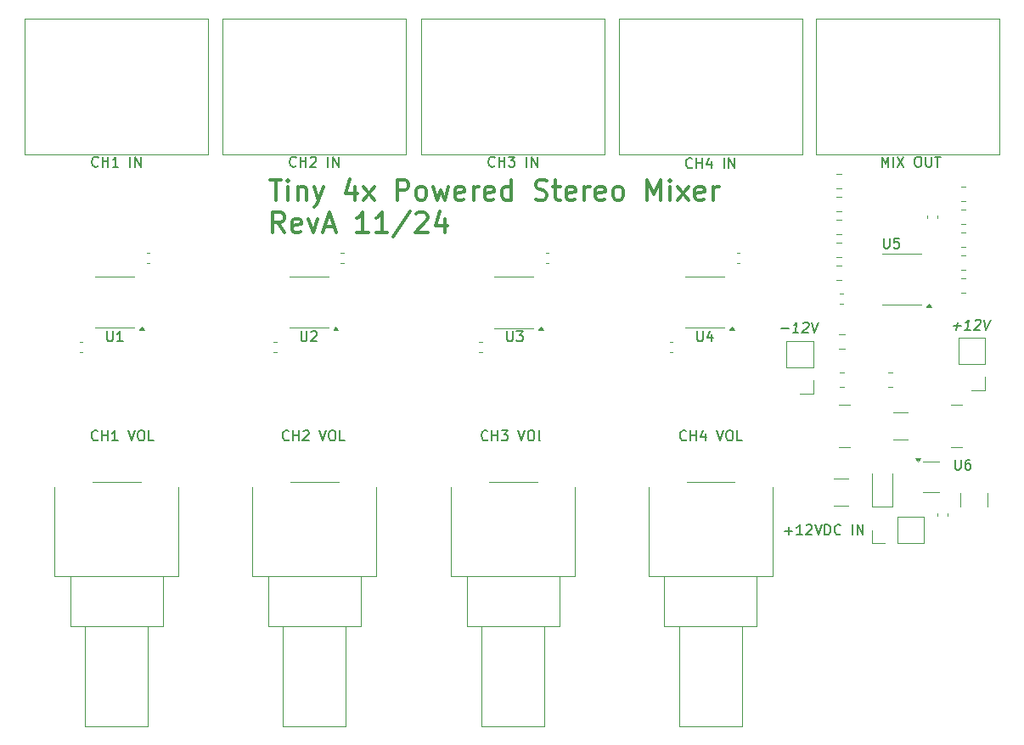
<source format=gbr>
%TF.GenerationSoftware,KiCad,Pcbnew,7.0.11-7.0.11~ubuntu22.04.1*%
%TF.CreationDate,2024-03-17T14:49:55+00:00*%
%TF.ProjectId,Tiny4xPoweredStereoMixer,54696e79-3478-4506-9f77-657265645374,rev?*%
%TF.SameCoordinates,Original*%
%TF.FileFunction,Legend,Top*%
%TF.FilePolarity,Positive*%
%FSLAX46Y46*%
G04 Gerber Fmt 4.6, Leading zero omitted, Abs format (unit mm)*
G04 Created by KiCad (PCBNEW 7.0.11-7.0.11~ubuntu22.04.1) date 2024-03-17 14:49:55*
%MOMM*%
%LPD*%
G01*
G04 APERTURE LIST*
%ADD10C,0.300000*%
%ADD11C,0.150000*%
%ADD12C,0.120000*%
%ADD13C,0.100000*%
G04 APERTURE END LIST*
D10*
X109099844Y-115423638D02*
X110242701Y-115423638D01*
X109671272Y-117423638D02*
X109671272Y-115423638D01*
X110909368Y-117423638D02*
X110909368Y-116090304D01*
X110909368Y-115423638D02*
X110814130Y-115518876D01*
X110814130Y-115518876D02*
X110909368Y-115614114D01*
X110909368Y-115614114D02*
X111004606Y-115518876D01*
X111004606Y-115518876D02*
X110909368Y-115423638D01*
X110909368Y-115423638D02*
X110909368Y-115614114D01*
X111861749Y-116090304D02*
X111861749Y-117423638D01*
X111861749Y-116280780D02*
X111956987Y-116185542D01*
X111956987Y-116185542D02*
X112147463Y-116090304D01*
X112147463Y-116090304D02*
X112433178Y-116090304D01*
X112433178Y-116090304D02*
X112623654Y-116185542D01*
X112623654Y-116185542D02*
X112718892Y-116376019D01*
X112718892Y-116376019D02*
X112718892Y-117423638D01*
X113480797Y-116090304D02*
X113956987Y-117423638D01*
X114433178Y-116090304D02*
X113956987Y-117423638D01*
X113956987Y-117423638D02*
X113766511Y-117899828D01*
X113766511Y-117899828D02*
X113671273Y-117995066D01*
X113671273Y-117995066D02*
X113480797Y-118090304D01*
X117576036Y-116090304D02*
X117576036Y-117423638D01*
X117099845Y-115328400D02*
X116623655Y-116756971D01*
X116623655Y-116756971D02*
X117861750Y-116756971D01*
X118433179Y-117423638D02*
X119480798Y-116090304D01*
X118433179Y-116090304D02*
X119480798Y-117423638D01*
X121766513Y-117423638D02*
X121766513Y-115423638D01*
X121766513Y-115423638D02*
X122528418Y-115423638D01*
X122528418Y-115423638D02*
X122718894Y-115518876D01*
X122718894Y-115518876D02*
X122814132Y-115614114D01*
X122814132Y-115614114D02*
X122909370Y-115804590D01*
X122909370Y-115804590D02*
X122909370Y-116090304D01*
X122909370Y-116090304D02*
X122814132Y-116280780D01*
X122814132Y-116280780D02*
X122718894Y-116376019D01*
X122718894Y-116376019D02*
X122528418Y-116471257D01*
X122528418Y-116471257D02*
X121766513Y-116471257D01*
X124052227Y-117423638D02*
X123861751Y-117328400D01*
X123861751Y-117328400D02*
X123766513Y-117233161D01*
X123766513Y-117233161D02*
X123671275Y-117042685D01*
X123671275Y-117042685D02*
X123671275Y-116471257D01*
X123671275Y-116471257D02*
X123766513Y-116280780D01*
X123766513Y-116280780D02*
X123861751Y-116185542D01*
X123861751Y-116185542D02*
X124052227Y-116090304D01*
X124052227Y-116090304D02*
X124337942Y-116090304D01*
X124337942Y-116090304D02*
X124528418Y-116185542D01*
X124528418Y-116185542D02*
X124623656Y-116280780D01*
X124623656Y-116280780D02*
X124718894Y-116471257D01*
X124718894Y-116471257D02*
X124718894Y-117042685D01*
X124718894Y-117042685D02*
X124623656Y-117233161D01*
X124623656Y-117233161D02*
X124528418Y-117328400D01*
X124528418Y-117328400D02*
X124337942Y-117423638D01*
X124337942Y-117423638D02*
X124052227Y-117423638D01*
X125385561Y-116090304D02*
X125766513Y-117423638D01*
X125766513Y-117423638D02*
X126147466Y-116471257D01*
X126147466Y-116471257D02*
X126528418Y-117423638D01*
X126528418Y-117423638D02*
X126909370Y-116090304D01*
X128433180Y-117328400D02*
X128242704Y-117423638D01*
X128242704Y-117423638D02*
X127861751Y-117423638D01*
X127861751Y-117423638D02*
X127671275Y-117328400D01*
X127671275Y-117328400D02*
X127576037Y-117137923D01*
X127576037Y-117137923D02*
X127576037Y-116376019D01*
X127576037Y-116376019D02*
X127671275Y-116185542D01*
X127671275Y-116185542D02*
X127861751Y-116090304D01*
X127861751Y-116090304D02*
X128242704Y-116090304D01*
X128242704Y-116090304D02*
X128433180Y-116185542D01*
X128433180Y-116185542D02*
X128528418Y-116376019D01*
X128528418Y-116376019D02*
X128528418Y-116566495D01*
X128528418Y-116566495D02*
X127576037Y-116756971D01*
X129385561Y-117423638D02*
X129385561Y-116090304D01*
X129385561Y-116471257D02*
X129480799Y-116280780D01*
X129480799Y-116280780D02*
X129576037Y-116185542D01*
X129576037Y-116185542D02*
X129766513Y-116090304D01*
X129766513Y-116090304D02*
X129956990Y-116090304D01*
X131385561Y-117328400D02*
X131195085Y-117423638D01*
X131195085Y-117423638D02*
X130814132Y-117423638D01*
X130814132Y-117423638D02*
X130623656Y-117328400D01*
X130623656Y-117328400D02*
X130528418Y-117137923D01*
X130528418Y-117137923D02*
X130528418Y-116376019D01*
X130528418Y-116376019D02*
X130623656Y-116185542D01*
X130623656Y-116185542D02*
X130814132Y-116090304D01*
X130814132Y-116090304D02*
X131195085Y-116090304D01*
X131195085Y-116090304D02*
X131385561Y-116185542D01*
X131385561Y-116185542D02*
X131480799Y-116376019D01*
X131480799Y-116376019D02*
X131480799Y-116566495D01*
X131480799Y-116566495D02*
X130528418Y-116756971D01*
X133195085Y-117423638D02*
X133195085Y-115423638D01*
X133195085Y-117328400D02*
X133004609Y-117423638D01*
X133004609Y-117423638D02*
X132623656Y-117423638D01*
X132623656Y-117423638D02*
X132433180Y-117328400D01*
X132433180Y-117328400D02*
X132337942Y-117233161D01*
X132337942Y-117233161D02*
X132242704Y-117042685D01*
X132242704Y-117042685D02*
X132242704Y-116471257D01*
X132242704Y-116471257D02*
X132337942Y-116280780D01*
X132337942Y-116280780D02*
X132433180Y-116185542D01*
X132433180Y-116185542D02*
X132623656Y-116090304D01*
X132623656Y-116090304D02*
X133004609Y-116090304D01*
X133004609Y-116090304D02*
X133195085Y-116185542D01*
X135576038Y-117328400D02*
X135861752Y-117423638D01*
X135861752Y-117423638D02*
X136337943Y-117423638D01*
X136337943Y-117423638D02*
X136528419Y-117328400D01*
X136528419Y-117328400D02*
X136623657Y-117233161D01*
X136623657Y-117233161D02*
X136718895Y-117042685D01*
X136718895Y-117042685D02*
X136718895Y-116852209D01*
X136718895Y-116852209D02*
X136623657Y-116661733D01*
X136623657Y-116661733D02*
X136528419Y-116566495D01*
X136528419Y-116566495D02*
X136337943Y-116471257D01*
X136337943Y-116471257D02*
X135956990Y-116376019D01*
X135956990Y-116376019D02*
X135766514Y-116280780D01*
X135766514Y-116280780D02*
X135671276Y-116185542D01*
X135671276Y-116185542D02*
X135576038Y-115995066D01*
X135576038Y-115995066D02*
X135576038Y-115804590D01*
X135576038Y-115804590D02*
X135671276Y-115614114D01*
X135671276Y-115614114D02*
X135766514Y-115518876D01*
X135766514Y-115518876D02*
X135956990Y-115423638D01*
X135956990Y-115423638D02*
X136433181Y-115423638D01*
X136433181Y-115423638D02*
X136718895Y-115518876D01*
X137290324Y-116090304D02*
X138052228Y-116090304D01*
X137576038Y-115423638D02*
X137576038Y-117137923D01*
X137576038Y-117137923D02*
X137671276Y-117328400D01*
X137671276Y-117328400D02*
X137861752Y-117423638D01*
X137861752Y-117423638D02*
X138052228Y-117423638D01*
X139480800Y-117328400D02*
X139290324Y-117423638D01*
X139290324Y-117423638D02*
X138909371Y-117423638D01*
X138909371Y-117423638D02*
X138718895Y-117328400D01*
X138718895Y-117328400D02*
X138623657Y-117137923D01*
X138623657Y-117137923D02*
X138623657Y-116376019D01*
X138623657Y-116376019D02*
X138718895Y-116185542D01*
X138718895Y-116185542D02*
X138909371Y-116090304D01*
X138909371Y-116090304D02*
X139290324Y-116090304D01*
X139290324Y-116090304D02*
X139480800Y-116185542D01*
X139480800Y-116185542D02*
X139576038Y-116376019D01*
X139576038Y-116376019D02*
X139576038Y-116566495D01*
X139576038Y-116566495D02*
X138623657Y-116756971D01*
X140433181Y-117423638D02*
X140433181Y-116090304D01*
X140433181Y-116471257D02*
X140528419Y-116280780D01*
X140528419Y-116280780D02*
X140623657Y-116185542D01*
X140623657Y-116185542D02*
X140814133Y-116090304D01*
X140814133Y-116090304D02*
X141004610Y-116090304D01*
X142433181Y-117328400D02*
X142242705Y-117423638D01*
X142242705Y-117423638D02*
X141861752Y-117423638D01*
X141861752Y-117423638D02*
X141671276Y-117328400D01*
X141671276Y-117328400D02*
X141576038Y-117137923D01*
X141576038Y-117137923D02*
X141576038Y-116376019D01*
X141576038Y-116376019D02*
X141671276Y-116185542D01*
X141671276Y-116185542D02*
X141861752Y-116090304D01*
X141861752Y-116090304D02*
X142242705Y-116090304D01*
X142242705Y-116090304D02*
X142433181Y-116185542D01*
X142433181Y-116185542D02*
X142528419Y-116376019D01*
X142528419Y-116376019D02*
X142528419Y-116566495D01*
X142528419Y-116566495D02*
X141576038Y-116756971D01*
X143671276Y-117423638D02*
X143480800Y-117328400D01*
X143480800Y-117328400D02*
X143385562Y-117233161D01*
X143385562Y-117233161D02*
X143290324Y-117042685D01*
X143290324Y-117042685D02*
X143290324Y-116471257D01*
X143290324Y-116471257D02*
X143385562Y-116280780D01*
X143385562Y-116280780D02*
X143480800Y-116185542D01*
X143480800Y-116185542D02*
X143671276Y-116090304D01*
X143671276Y-116090304D02*
X143956991Y-116090304D01*
X143956991Y-116090304D02*
X144147467Y-116185542D01*
X144147467Y-116185542D02*
X144242705Y-116280780D01*
X144242705Y-116280780D02*
X144337943Y-116471257D01*
X144337943Y-116471257D02*
X144337943Y-117042685D01*
X144337943Y-117042685D02*
X144242705Y-117233161D01*
X144242705Y-117233161D02*
X144147467Y-117328400D01*
X144147467Y-117328400D02*
X143956991Y-117423638D01*
X143956991Y-117423638D02*
X143671276Y-117423638D01*
X146718896Y-117423638D02*
X146718896Y-115423638D01*
X146718896Y-115423638D02*
X147385563Y-116852209D01*
X147385563Y-116852209D02*
X148052229Y-115423638D01*
X148052229Y-115423638D02*
X148052229Y-117423638D01*
X149004610Y-117423638D02*
X149004610Y-116090304D01*
X149004610Y-115423638D02*
X148909372Y-115518876D01*
X148909372Y-115518876D02*
X149004610Y-115614114D01*
X149004610Y-115614114D02*
X149099848Y-115518876D01*
X149099848Y-115518876D02*
X149004610Y-115423638D01*
X149004610Y-115423638D02*
X149004610Y-115614114D01*
X149766515Y-117423638D02*
X150814134Y-116090304D01*
X149766515Y-116090304D02*
X150814134Y-117423638D01*
X152337944Y-117328400D02*
X152147468Y-117423638D01*
X152147468Y-117423638D02*
X151766515Y-117423638D01*
X151766515Y-117423638D02*
X151576039Y-117328400D01*
X151576039Y-117328400D02*
X151480801Y-117137923D01*
X151480801Y-117137923D02*
X151480801Y-116376019D01*
X151480801Y-116376019D02*
X151576039Y-116185542D01*
X151576039Y-116185542D02*
X151766515Y-116090304D01*
X151766515Y-116090304D02*
X152147468Y-116090304D01*
X152147468Y-116090304D02*
X152337944Y-116185542D01*
X152337944Y-116185542D02*
X152433182Y-116376019D01*
X152433182Y-116376019D02*
X152433182Y-116566495D01*
X152433182Y-116566495D02*
X151480801Y-116756971D01*
X153290325Y-117423638D02*
X153290325Y-116090304D01*
X153290325Y-116471257D02*
X153385563Y-116280780D01*
X153385563Y-116280780D02*
X153480801Y-116185542D01*
X153480801Y-116185542D02*
X153671277Y-116090304D01*
X153671277Y-116090304D02*
X153861754Y-116090304D01*
X110528415Y-120643638D02*
X109861748Y-119691257D01*
X109385558Y-120643638D02*
X109385558Y-118643638D01*
X109385558Y-118643638D02*
X110147463Y-118643638D01*
X110147463Y-118643638D02*
X110337939Y-118738876D01*
X110337939Y-118738876D02*
X110433177Y-118834114D01*
X110433177Y-118834114D02*
X110528415Y-119024590D01*
X110528415Y-119024590D02*
X110528415Y-119310304D01*
X110528415Y-119310304D02*
X110433177Y-119500780D01*
X110433177Y-119500780D02*
X110337939Y-119596019D01*
X110337939Y-119596019D02*
X110147463Y-119691257D01*
X110147463Y-119691257D02*
X109385558Y-119691257D01*
X112147463Y-120548400D02*
X111956987Y-120643638D01*
X111956987Y-120643638D02*
X111576034Y-120643638D01*
X111576034Y-120643638D02*
X111385558Y-120548400D01*
X111385558Y-120548400D02*
X111290320Y-120357923D01*
X111290320Y-120357923D02*
X111290320Y-119596019D01*
X111290320Y-119596019D02*
X111385558Y-119405542D01*
X111385558Y-119405542D02*
X111576034Y-119310304D01*
X111576034Y-119310304D02*
X111956987Y-119310304D01*
X111956987Y-119310304D02*
X112147463Y-119405542D01*
X112147463Y-119405542D02*
X112242701Y-119596019D01*
X112242701Y-119596019D02*
X112242701Y-119786495D01*
X112242701Y-119786495D02*
X111290320Y-119976971D01*
X112909368Y-119310304D02*
X113385558Y-120643638D01*
X113385558Y-120643638D02*
X113861749Y-119310304D01*
X114528416Y-120072209D02*
X115480797Y-120072209D01*
X114337940Y-120643638D02*
X115004606Y-118643638D01*
X115004606Y-118643638D02*
X115671273Y-120643638D01*
X118909369Y-120643638D02*
X117766512Y-120643638D01*
X118337940Y-120643638D02*
X118337940Y-118643638D01*
X118337940Y-118643638D02*
X118147464Y-118929352D01*
X118147464Y-118929352D02*
X117956988Y-119119828D01*
X117956988Y-119119828D02*
X117766512Y-119215066D01*
X120814131Y-120643638D02*
X119671274Y-120643638D01*
X120242702Y-120643638D02*
X120242702Y-118643638D01*
X120242702Y-118643638D02*
X120052226Y-118929352D01*
X120052226Y-118929352D02*
X119861750Y-119119828D01*
X119861750Y-119119828D02*
X119671274Y-119215066D01*
X123099845Y-118548400D02*
X121385560Y-121119828D01*
X123671274Y-118834114D02*
X123766512Y-118738876D01*
X123766512Y-118738876D02*
X123956988Y-118643638D01*
X123956988Y-118643638D02*
X124433179Y-118643638D01*
X124433179Y-118643638D02*
X124623655Y-118738876D01*
X124623655Y-118738876D02*
X124718893Y-118834114D01*
X124718893Y-118834114D02*
X124814131Y-119024590D01*
X124814131Y-119024590D02*
X124814131Y-119215066D01*
X124814131Y-119215066D02*
X124718893Y-119500780D01*
X124718893Y-119500780D02*
X123576036Y-120643638D01*
X123576036Y-120643638D02*
X124814131Y-120643638D01*
X126528417Y-119310304D02*
X126528417Y-120643638D01*
X126052226Y-118548400D02*
X125576036Y-119976971D01*
X125576036Y-119976971D02*
X126814131Y-119976971D01*
D11*
X150606428Y-141329580D02*
X150558809Y-141377200D01*
X150558809Y-141377200D02*
X150415952Y-141424819D01*
X150415952Y-141424819D02*
X150320714Y-141424819D01*
X150320714Y-141424819D02*
X150177857Y-141377200D01*
X150177857Y-141377200D02*
X150082619Y-141281961D01*
X150082619Y-141281961D02*
X150035000Y-141186723D01*
X150035000Y-141186723D02*
X149987381Y-140996247D01*
X149987381Y-140996247D02*
X149987381Y-140853390D01*
X149987381Y-140853390D02*
X150035000Y-140662914D01*
X150035000Y-140662914D02*
X150082619Y-140567676D01*
X150082619Y-140567676D02*
X150177857Y-140472438D01*
X150177857Y-140472438D02*
X150320714Y-140424819D01*
X150320714Y-140424819D02*
X150415952Y-140424819D01*
X150415952Y-140424819D02*
X150558809Y-140472438D01*
X150558809Y-140472438D02*
X150606428Y-140520057D01*
X151035000Y-141424819D02*
X151035000Y-140424819D01*
X151035000Y-140901009D02*
X151606428Y-140901009D01*
X151606428Y-141424819D02*
X151606428Y-140424819D01*
X152511190Y-140758152D02*
X152511190Y-141424819D01*
X152273095Y-140377200D02*
X152035000Y-141091485D01*
X152035000Y-141091485D02*
X152654047Y-141091485D01*
X153654048Y-140424819D02*
X153987381Y-141424819D01*
X153987381Y-141424819D02*
X154320714Y-140424819D01*
X154844524Y-140424819D02*
X155035000Y-140424819D01*
X155035000Y-140424819D02*
X155130238Y-140472438D01*
X155130238Y-140472438D02*
X155225476Y-140567676D01*
X155225476Y-140567676D02*
X155273095Y-140758152D01*
X155273095Y-140758152D02*
X155273095Y-141091485D01*
X155273095Y-141091485D02*
X155225476Y-141281961D01*
X155225476Y-141281961D02*
X155130238Y-141377200D01*
X155130238Y-141377200D02*
X155035000Y-141424819D01*
X155035000Y-141424819D02*
X154844524Y-141424819D01*
X154844524Y-141424819D02*
X154749286Y-141377200D01*
X154749286Y-141377200D02*
X154654048Y-141281961D01*
X154654048Y-141281961D02*
X154606429Y-141091485D01*
X154606429Y-141091485D02*
X154606429Y-140758152D01*
X154606429Y-140758152D02*
X154654048Y-140567676D01*
X154654048Y-140567676D02*
X154749286Y-140472438D01*
X154749286Y-140472438D02*
X154844524Y-140424819D01*
X156177857Y-141424819D02*
X155701667Y-141424819D01*
X155701667Y-141424819D02*
X155701667Y-140424819D01*
X130810285Y-141329580D02*
X130762666Y-141377200D01*
X130762666Y-141377200D02*
X130619809Y-141424819D01*
X130619809Y-141424819D02*
X130524571Y-141424819D01*
X130524571Y-141424819D02*
X130381714Y-141377200D01*
X130381714Y-141377200D02*
X130286476Y-141281961D01*
X130286476Y-141281961D02*
X130238857Y-141186723D01*
X130238857Y-141186723D02*
X130191238Y-140996247D01*
X130191238Y-140996247D02*
X130191238Y-140853390D01*
X130191238Y-140853390D02*
X130238857Y-140662914D01*
X130238857Y-140662914D02*
X130286476Y-140567676D01*
X130286476Y-140567676D02*
X130381714Y-140472438D01*
X130381714Y-140472438D02*
X130524571Y-140424819D01*
X130524571Y-140424819D02*
X130619809Y-140424819D01*
X130619809Y-140424819D02*
X130762666Y-140472438D01*
X130762666Y-140472438D02*
X130810285Y-140520057D01*
X131238857Y-141424819D02*
X131238857Y-140424819D01*
X131238857Y-140901009D02*
X131810285Y-140901009D01*
X131810285Y-141424819D02*
X131810285Y-140424819D01*
X132191238Y-140424819D02*
X132810285Y-140424819D01*
X132810285Y-140424819D02*
X132476952Y-140805771D01*
X132476952Y-140805771D02*
X132619809Y-140805771D01*
X132619809Y-140805771D02*
X132715047Y-140853390D01*
X132715047Y-140853390D02*
X132762666Y-140901009D01*
X132762666Y-140901009D02*
X132810285Y-140996247D01*
X132810285Y-140996247D02*
X132810285Y-141234342D01*
X132810285Y-141234342D02*
X132762666Y-141329580D01*
X132762666Y-141329580D02*
X132715047Y-141377200D01*
X132715047Y-141377200D02*
X132619809Y-141424819D01*
X132619809Y-141424819D02*
X132334095Y-141424819D01*
X132334095Y-141424819D02*
X132238857Y-141377200D01*
X132238857Y-141377200D02*
X132191238Y-141329580D01*
X133857905Y-140424819D02*
X134191238Y-141424819D01*
X134191238Y-141424819D02*
X134524571Y-140424819D01*
X135048381Y-140424819D02*
X135238857Y-140424819D01*
X135238857Y-140424819D02*
X135334095Y-140472438D01*
X135334095Y-140472438D02*
X135429333Y-140567676D01*
X135429333Y-140567676D02*
X135476952Y-140758152D01*
X135476952Y-140758152D02*
X135476952Y-141091485D01*
X135476952Y-141091485D02*
X135429333Y-141281961D01*
X135429333Y-141281961D02*
X135334095Y-141377200D01*
X135334095Y-141377200D02*
X135238857Y-141424819D01*
X135238857Y-141424819D02*
X135048381Y-141424819D01*
X135048381Y-141424819D02*
X134953143Y-141377200D01*
X134953143Y-141377200D02*
X134857905Y-141281961D01*
X134857905Y-141281961D02*
X134810286Y-141091485D01*
X134810286Y-141091485D02*
X134810286Y-140758152D01*
X134810286Y-140758152D02*
X134857905Y-140567676D01*
X134857905Y-140567676D02*
X134953143Y-140472438D01*
X134953143Y-140472438D02*
X135048381Y-140424819D01*
X136048381Y-141424819D02*
X135953143Y-141377200D01*
X135953143Y-141377200D02*
X135905524Y-141281961D01*
X135905524Y-141281961D02*
X135905524Y-140424819D01*
X110982428Y-141329580D02*
X110934809Y-141377200D01*
X110934809Y-141377200D02*
X110791952Y-141424819D01*
X110791952Y-141424819D02*
X110696714Y-141424819D01*
X110696714Y-141424819D02*
X110553857Y-141377200D01*
X110553857Y-141377200D02*
X110458619Y-141281961D01*
X110458619Y-141281961D02*
X110411000Y-141186723D01*
X110411000Y-141186723D02*
X110363381Y-140996247D01*
X110363381Y-140996247D02*
X110363381Y-140853390D01*
X110363381Y-140853390D02*
X110411000Y-140662914D01*
X110411000Y-140662914D02*
X110458619Y-140567676D01*
X110458619Y-140567676D02*
X110553857Y-140472438D01*
X110553857Y-140472438D02*
X110696714Y-140424819D01*
X110696714Y-140424819D02*
X110791952Y-140424819D01*
X110791952Y-140424819D02*
X110934809Y-140472438D01*
X110934809Y-140472438D02*
X110982428Y-140520057D01*
X111411000Y-141424819D02*
X111411000Y-140424819D01*
X111411000Y-140901009D02*
X111982428Y-140901009D01*
X111982428Y-141424819D02*
X111982428Y-140424819D01*
X112411000Y-140520057D02*
X112458619Y-140472438D01*
X112458619Y-140472438D02*
X112553857Y-140424819D01*
X112553857Y-140424819D02*
X112791952Y-140424819D01*
X112791952Y-140424819D02*
X112887190Y-140472438D01*
X112887190Y-140472438D02*
X112934809Y-140520057D01*
X112934809Y-140520057D02*
X112982428Y-140615295D01*
X112982428Y-140615295D02*
X112982428Y-140710533D01*
X112982428Y-140710533D02*
X112934809Y-140853390D01*
X112934809Y-140853390D02*
X112363381Y-141424819D01*
X112363381Y-141424819D02*
X112982428Y-141424819D01*
X114030048Y-140424819D02*
X114363381Y-141424819D01*
X114363381Y-141424819D02*
X114696714Y-140424819D01*
X115220524Y-140424819D02*
X115411000Y-140424819D01*
X115411000Y-140424819D02*
X115506238Y-140472438D01*
X115506238Y-140472438D02*
X115601476Y-140567676D01*
X115601476Y-140567676D02*
X115649095Y-140758152D01*
X115649095Y-140758152D02*
X115649095Y-141091485D01*
X115649095Y-141091485D02*
X115601476Y-141281961D01*
X115601476Y-141281961D02*
X115506238Y-141377200D01*
X115506238Y-141377200D02*
X115411000Y-141424819D01*
X115411000Y-141424819D02*
X115220524Y-141424819D01*
X115220524Y-141424819D02*
X115125286Y-141377200D01*
X115125286Y-141377200D02*
X115030048Y-141281961D01*
X115030048Y-141281961D02*
X114982429Y-141091485D01*
X114982429Y-141091485D02*
X114982429Y-140758152D01*
X114982429Y-140758152D02*
X115030048Y-140567676D01*
X115030048Y-140567676D02*
X115125286Y-140472438D01*
X115125286Y-140472438D02*
X115220524Y-140424819D01*
X116553857Y-141424819D02*
X116077667Y-141424819D01*
X116077667Y-141424819D02*
X116077667Y-140424819D01*
X91932428Y-141329580D02*
X91884809Y-141377200D01*
X91884809Y-141377200D02*
X91741952Y-141424819D01*
X91741952Y-141424819D02*
X91646714Y-141424819D01*
X91646714Y-141424819D02*
X91503857Y-141377200D01*
X91503857Y-141377200D02*
X91408619Y-141281961D01*
X91408619Y-141281961D02*
X91361000Y-141186723D01*
X91361000Y-141186723D02*
X91313381Y-140996247D01*
X91313381Y-140996247D02*
X91313381Y-140853390D01*
X91313381Y-140853390D02*
X91361000Y-140662914D01*
X91361000Y-140662914D02*
X91408619Y-140567676D01*
X91408619Y-140567676D02*
X91503857Y-140472438D01*
X91503857Y-140472438D02*
X91646714Y-140424819D01*
X91646714Y-140424819D02*
X91741952Y-140424819D01*
X91741952Y-140424819D02*
X91884809Y-140472438D01*
X91884809Y-140472438D02*
X91932428Y-140520057D01*
X92361000Y-141424819D02*
X92361000Y-140424819D01*
X92361000Y-140901009D02*
X92932428Y-140901009D01*
X92932428Y-141424819D02*
X92932428Y-140424819D01*
X93932428Y-141424819D02*
X93361000Y-141424819D01*
X93646714Y-141424819D02*
X93646714Y-140424819D01*
X93646714Y-140424819D02*
X93551476Y-140567676D01*
X93551476Y-140567676D02*
X93456238Y-140662914D01*
X93456238Y-140662914D02*
X93361000Y-140710533D01*
X94980048Y-140424819D02*
X95313381Y-141424819D01*
X95313381Y-141424819D02*
X95646714Y-140424819D01*
X96170524Y-140424819D02*
X96361000Y-140424819D01*
X96361000Y-140424819D02*
X96456238Y-140472438D01*
X96456238Y-140472438D02*
X96551476Y-140567676D01*
X96551476Y-140567676D02*
X96599095Y-140758152D01*
X96599095Y-140758152D02*
X96599095Y-141091485D01*
X96599095Y-141091485D02*
X96551476Y-141281961D01*
X96551476Y-141281961D02*
X96456238Y-141377200D01*
X96456238Y-141377200D02*
X96361000Y-141424819D01*
X96361000Y-141424819D02*
X96170524Y-141424819D01*
X96170524Y-141424819D02*
X96075286Y-141377200D01*
X96075286Y-141377200D02*
X95980048Y-141281961D01*
X95980048Y-141281961D02*
X95932429Y-141091485D01*
X95932429Y-141091485D02*
X95932429Y-140758152D01*
X95932429Y-140758152D02*
X95980048Y-140567676D01*
X95980048Y-140567676D02*
X96075286Y-140472438D01*
X96075286Y-140472438D02*
X96170524Y-140424819D01*
X97503857Y-141424819D02*
X97027667Y-141424819D01*
X97027667Y-141424819D02*
X97027667Y-140424819D01*
X170116857Y-114119819D02*
X170116857Y-113119819D01*
X170116857Y-113119819D02*
X170450190Y-113834104D01*
X170450190Y-113834104D02*
X170783523Y-113119819D01*
X170783523Y-113119819D02*
X170783523Y-114119819D01*
X171259714Y-114119819D02*
X171259714Y-113119819D01*
X171640666Y-113119819D02*
X172307332Y-114119819D01*
X172307332Y-113119819D02*
X171640666Y-114119819D01*
X173640666Y-113119819D02*
X173831142Y-113119819D01*
X173831142Y-113119819D02*
X173926380Y-113167438D01*
X173926380Y-113167438D02*
X174021618Y-113262676D01*
X174021618Y-113262676D02*
X174069237Y-113453152D01*
X174069237Y-113453152D02*
X174069237Y-113786485D01*
X174069237Y-113786485D02*
X174021618Y-113976961D01*
X174021618Y-113976961D02*
X173926380Y-114072200D01*
X173926380Y-114072200D02*
X173831142Y-114119819D01*
X173831142Y-114119819D02*
X173640666Y-114119819D01*
X173640666Y-114119819D02*
X173545428Y-114072200D01*
X173545428Y-114072200D02*
X173450190Y-113976961D01*
X173450190Y-113976961D02*
X173402571Y-113786485D01*
X173402571Y-113786485D02*
X173402571Y-113453152D01*
X173402571Y-113453152D02*
X173450190Y-113262676D01*
X173450190Y-113262676D02*
X173545428Y-113167438D01*
X173545428Y-113167438D02*
X173640666Y-113119819D01*
X174497809Y-113119819D02*
X174497809Y-113929342D01*
X174497809Y-113929342D02*
X174545428Y-114024580D01*
X174545428Y-114024580D02*
X174593047Y-114072200D01*
X174593047Y-114072200D02*
X174688285Y-114119819D01*
X174688285Y-114119819D02*
X174878761Y-114119819D01*
X174878761Y-114119819D02*
X174973999Y-114072200D01*
X174973999Y-114072200D02*
X175021618Y-114024580D01*
X175021618Y-114024580D02*
X175069237Y-113929342D01*
X175069237Y-113929342D02*
X175069237Y-113119819D01*
X175402571Y-113119819D02*
X175973999Y-113119819D01*
X175688285Y-114119819D02*
X175688285Y-113119819D01*
X151201666Y-114151580D02*
X151154047Y-114199200D01*
X151154047Y-114199200D02*
X151011190Y-114246819D01*
X151011190Y-114246819D02*
X150915952Y-114246819D01*
X150915952Y-114246819D02*
X150773095Y-114199200D01*
X150773095Y-114199200D02*
X150677857Y-114103961D01*
X150677857Y-114103961D02*
X150630238Y-114008723D01*
X150630238Y-114008723D02*
X150582619Y-113818247D01*
X150582619Y-113818247D02*
X150582619Y-113675390D01*
X150582619Y-113675390D02*
X150630238Y-113484914D01*
X150630238Y-113484914D02*
X150677857Y-113389676D01*
X150677857Y-113389676D02*
X150773095Y-113294438D01*
X150773095Y-113294438D02*
X150915952Y-113246819D01*
X150915952Y-113246819D02*
X151011190Y-113246819D01*
X151011190Y-113246819D02*
X151154047Y-113294438D01*
X151154047Y-113294438D02*
X151201666Y-113342057D01*
X151630238Y-114246819D02*
X151630238Y-113246819D01*
X151630238Y-113723009D02*
X152201666Y-113723009D01*
X152201666Y-114246819D02*
X152201666Y-113246819D01*
X153106428Y-113580152D02*
X153106428Y-114246819D01*
X152868333Y-113199200D02*
X152630238Y-113913485D01*
X152630238Y-113913485D02*
X153249285Y-113913485D01*
X154392143Y-114246819D02*
X154392143Y-113246819D01*
X154868333Y-114246819D02*
X154868333Y-113246819D01*
X154868333Y-113246819D02*
X155439761Y-114246819D01*
X155439761Y-114246819D02*
X155439761Y-113246819D01*
X131516666Y-114024580D02*
X131469047Y-114072200D01*
X131469047Y-114072200D02*
X131326190Y-114119819D01*
X131326190Y-114119819D02*
X131230952Y-114119819D01*
X131230952Y-114119819D02*
X131088095Y-114072200D01*
X131088095Y-114072200D02*
X130992857Y-113976961D01*
X130992857Y-113976961D02*
X130945238Y-113881723D01*
X130945238Y-113881723D02*
X130897619Y-113691247D01*
X130897619Y-113691247D02*
X130897619Y-113548390D01*
X130897619Y-113548390D02*
X130945238Y-113357914D01*
X130945238Y-113357914D02*
X130992857Y-113262676D01*
X130992857Y-113262676D02*
X131088095Y-113167438D01*
X131088095Y-113167438D02*
X131230952Y-113119819D01*
X131230952Y-113119819D02*
X131326190Y-113119819D01*
X131326190Y-113119819D02*
X131469047Y-113167438D01*
X131469047Y-113167438D02*
X131516666Y-113215057D01*
X131945238Y-114119819D02*
X131945238Y-113119819D01*
X131945238Y-113596009D02*
X132516666Y-113596009D01*
X132516666Y-114119819D02*
X132516666Y-113119819D01*
X132897619Y-113119819D02*
X133516666Y-113119819D01*
X133516666Y-113119819D02*
X133183333Y-113500771D01*
X133183333Y-113500771D02*
X133326190Y-113500771D01*
X133326190Y-113500771D02*
X133421428Y-113548390D01*
X133421428Y-113548390D02*
X133469047Y-113596009D01*
X133469047Y-113596009D02*
X133516666Y-113691247D01*
X133516666Y-113691247D02*
X133516666Y-113929342D01*
X133516666Y-113929342D02*
X133469047Y-114024580D01*
X133469047Y-114024580D02*
X133421428Y-114072200D01*
X133421428Y-114072200D02*
X133326190Y-114119819D01*
X133326190Y-114119819D02*
X133040476Y-114119819D01*
X133040476Y-114119819D02*
X132945238Y-114072200D01*
X132945238Y-114072200D02*
X132897619Y-114024580D01*
X134707143Y-114119819D02*
X134707143Y-113119819D01*
X135183333Y-114119819D02*
X135183333Y-113119819D01*
X135183333Y-113119819D02*
X135754761Y-114119819D01*
X135754761Y-114119819D02*
X135754761Y-113119819D01*
X111704666Y-114024580D02*
X111657047Y-114072200D01*
X111657047Y-114072200D02*
X111514190Y-114119819D01*
X111514190Y-114119819D02*
X111418952Y-114119819D01*
X111418952Y-114119819D02*
X111276095Y-114072200D01*
X111276095Y-114072200D02*
X111180857Y-113976961D01*
X111180857Y-113976961D02*
X111133238Y-113881723D01*
X111133238Y-113881723D02*
X111085619Y-113691247D01*
X111085619Y-113691247D02*
X111085619Y-113548390D01*
X111085619Y-113548390D02*
X111133238Y-113357914D01*
X111133238Y-113357914D02*
X111180857Y-113262676D01*
X111180857Y-113262676D02*
X111276095Y-113167438D01*
X111276095Y-113167438D02*
X111418952Y-113119819D01*
X111418952Y-113119819D02*
X111514190Y-113119819D01*
X111514190Y-113119819D02*
X111657047Y-113167438D01*
X111657047Y-113167438D02*
X111704666Y-113215057D01*
X112133238Y-114119819D02*
X112133238Y-113119819D01*
X112133238Y-113596009D02*
X112704666Y-113596009D01*
X112704666Y-114119819D02*
X112704666Y-113119819D01*
X113133238Y-113215057D02*
X113180857Y-113167438D01*
X113180857Y-113167438D02*
X113276095Y-113119819D01*
X113276095Y-113119819D02*
X113514190Y-113119819D01*
X113514190Y-113119819D02*
X113609428Y-113167438D01*
X113609428Y-113167438D02*
X113657047Y-113215057D01*
X113657047Y-113215057D02*
X113704666Y-113310295D01*
X113704666Y-113310295D02*
X113704666Y-113405533D01*
X113704666Y-113405533D02*
X113657047Y-113548390D01*
X113657047Y-113548390D02*
X113085619Y-114119819D01*
X113085619Y-114119819D02*
X113704666Y-114119819D01*
X114895143Y-114119819D02*
X114895143Y-113119819D01*
X115371333Y-114119819D02*
X115371333Y-113119819D01*
X115371333Y-113119819D02*
X115942761Y-114119819D01*
X115942761Y-114119819D02*
X115942761Y-113119819D01*
X91977333Y-114024580D02*
X91929714Y-114072200D01*
X91929714Y-114072200D02*
X91786857Y-114119819D01*
X91786857Y-114119819D02*
X91691619Y-114119819D01*
X91691619Y-114119819D02*
X91548762Y-114072200D01*
X91548762Y-114072200D02*
X91453524Y-113976961D01*
X91453524Y-113976961D02*
X91405905Y-113881723D01*
X91405905Y-113881723D02*
X91358286Y-113691247D01*
X91358286Y-113691247D02*
X91358286Y-113548390D01*
X91358286Y-113548390D02*
X91405905Y-113357914D01*
X91405905Y-113357914D02*
X91453524Y-113262676D01*
X91453524Y-113262676D02*
X91548762Y-113167438D01*
X91548762Y-113167438D02*
X91691619Y-113119819D01*
X91691619Y-113119819D02*
X91786857Y-113119819D01*
X91786857Y-113119819D02*
X91929714Y-113167438D01*
X91929714Y-113167438D02*
X91977333Y-113215057D01*
X92405905Y-114119819D02*
X92405905Y-113119819D01*
X92405905Y-113596009D02*
X92977333Y-113596009D01*
X92977333Y-114119819D02*
X92977333Y-113119819D01*
X93977333Y-114119819D02*
X93405905Y-114119819D01*
X93691619Y-114119819D02*
X93691619Y-113119819D01*
X93691619Y-113119819D02*
X93596381Y-113262676D01*
X93596381Y-113262676D02*
X93501143Y-113357914D01*
X93501143Y-113357914D02*
X93405905Y-113405533D01*
X95167810Y-114119819D02*
X95167810Y-113119819D01*
X95644000Y-114119819D02*
X95644000Y-113119819D01*
X95644000Y-113119819D02*
X96215428Y-114119819D01*
X96215428Y-114119819D02*
X96215428Y-113119819D01*
X160077761Y-130248866D02*
X160839666Y-130248866D01*
X161792047Y-130629819D02*
X161220618Y-130629819D01*
X161506333Y-130629819D02*
X161631333Y-129629819D01*
X161631333Y-129629819D02*
X161518237Y-129772676D01*
X161518237Y-129772676D02*
X161411095Y-129867914D01*
X161411095Y-129867914D02*
X161309904Y-129915533D01*
X162286095Y-129725057D02*
X162339666Y-129677438D01*
X162339666Y-129677438D02*
X162440856Y-129629819D01*
X162440856Y-129629819D02*
X162678952Y-129629819D01*
X162678952Y-129629819D02*
X162768237Y-129677438D01*
X162768237Y-129677438D02*
X162809904Y-129725057D01*
X162809904Y-129725057D02*
X162845618Y-129820295D01*
X162845618Y-129820295D02*
X162833714Y-129915533D01*
X162833714Y-129915533D02*
X162768237Y-130058390D01*
X162768237Y-130058390D02*
X162125380Y-130629819D01*
X162125380Y-130629819D02*
X162744428Y-130629819D01*
X163155142Y-129629819D02*
X163363476Y-130629819D01*
X163363476Y-130629819D02*
X163821809Y-129629819D01*
X170307095Y-121247819D02*
X170307095Y-122057342D01*
X170307095Y-122057342D02*
X170354714Y-122152580D01*
X170354714Y-122152580D02*
X170402333Y-122200200D01*
X170402333Y-122200200D02*
X170497571Y-122247819D01*
X170497571Y-122247819D02*
X170688047Y-122247819D01*
X170688047Y-122247819D02*
X170783285Y-122200200D01*
X170783285Y-122200200D02*
X170830904Y-122152580D01*
X170830904Y-122152580D02*
X170878523Y-122057342D01*
X170878523Y-122057342D02*
X170878523Y-121247819D01*
X171830904Y-121247819D02*
X171354714Y-121247819D01*
X171354714Y-121247819D02*
X171307095Y-121724009D01*
X171307095Y-121724009D02*
X171354714Y-121676390D01*
X171354714Y-121676390D02*
X171449952Y-121628771D01*
X171449952Y-121628771D02*
X171688047Y-121628771D01*
X171688047Y-121628771D02*
X171783285Y-121676390D01*
X171783285Y-121676390D02*
X171830904Y-121724009D01*
X171830904Y-121724009D02*
X171878523Y-121819247D01*
X171878523Y-121819247D02*
X171878523Y-122057342D01*
X171878523Y-122057342D02*
X171830904Y-122152580D01*
X171830904Y-122152580D02*
X171783285Y-122200200D01*
X171783285Y-122200200D02*
X171688047Y-122247819D01*
X171688047Y-122247819D02*
X171449952Y-122247819D01*
X171449952Y-122247819D02*
X171354714Y-122200200D01*
X171354714Y-122200200D02*
X171307095Y-122152580D01*
X151700095Y-130518819D02*
X151700095Y-131328342D01*
X151700095Y-131328342D02*
X151747714Y-131423580D01*
X151747714Y-131423580D02*
X151795333Y-131471200D01*
X151795333Y-131471200D02*
X151890571Y-131518819D01*
X151890571Y-131518819D02*
X152081047Y-131518819D01*
X152081047Y-131518819D02*
X152176285Y-131471200D01*
X152176285Y-131471200D02*
X152223904Y-131423580D01*
X152223904Y-131423580D02*
X152271523Y-131328342D01*
X152271523Y-131328342D02*
X152271523Y-130518819D01*
X153176285Y-130852152D02*
X153176285Y-131518819D01*
X152938190Y-130471200D02*
X152700095Y-131185485D01*
X152700095Y-131185485D02*
X153319142Y-131185485D01*
X112203095Y-130518819D02*
X112203095Y-131328342D01*
X112203095Y-131328342D02*
X112250714Y-131423580D01*
X112250714Y-131423580D02*
X112298333Y-131471200D01*
X112298333Y-131471200D02*
X112393571Y-131518819D01*
X112393571Y-131518819D02*
X112584047Y-131518819D01*
X112584047Y-131518819D02*
X112679285Y-131471200D01*
X112679285Y-131471200D02*
X112726904Y-131423580D01*
X112726904Y-131423580D02*
X112774523Y-131328342D01*
X112774523Y-131328342D02*
X112774523Y-130518819D01*
X113203095Y-130614057D02*
X113250714Y-130566438D01*
X113250714Y-130566438D02*
X113345952Y-130518819D01*
X113345952Y-130518819D02*
X113584047Y-130518819D01*
X113584047Y-130518819D02*
X113679285Y-130566438D01*
X113679285Y-130566438D02*
X113726904Y-130614057D01*
X113726904Y-130614057D02*
X113774523Y-130709295D01*
X113774523Y-130709295D02*
X113774523Y-130804533D01*
X113774523Y-130804533D02*
X113726904Y-130947390D01*
X113726904Y-130947390D02*
X113155476Y-131518819D01*
X113155476Y-131518819D02*
X113774523Y-131518819D01*
X177222761Y-129994866D02*
X177984666Y-129994866D01*
X177556095Y-130375819D02*
X177651333Y-129613914D01*
X178937047Y-130375819D02*
X178365618Y-130375819D01*
X178651333Y-130375819D02*
X178776333Y-129375819D01*
X178776333Y-129375819D02*
X178663237Y-129518676D01*
X178663237Y-129518676D02*
X178556095Y-129613914D01*
X178556095Y-129613914D02*
X178454904Y-129661533D01*
X179431095Y-129471057D02*
X179484666Y-129423438D01*
X179484666Y-129423438D02*
X179585856Y-129375819D01*
X179585856Y-129375819D02*
X179823952Y-129375819D01*
X179823952Y-129375819D02*
X179913237Y-129423438D01*
X179913237Y-129423438D02*
X179954904Y-129471057D01*
X179954904Y-129471057D02*
X179990618Y-129566295D01*
X179990618Y-129566295D02*
X179978714Y-129661533D01*
X179978714Y-129661533D02*
X179913237Y-129804390D01*
X179913237Y-129804390D02*
X179270380Y-130375819D01*
X179270380Y-130375819D02*
X179889428Y-130375819D01*
X180300142Y-129375819D02*
X180508476Y-130375819D01*
X180508476Y-130375819D02*
X180966809Y-129375819D01*
X177419095Y-143345819D02*
X177419095Y-144155342D01*
X177419095Y-144155342D02*
X177466714Y-144250580D01*
X177466714Y-144250580D02*
X177514333Y-144298200D01*
X177514333Y-144298200D02*
X177609571Y-144345819D01*
X177609571Y-144345819D02*
X177800047Y-144345819D01*
X177800047Y-144345819D02*
X177895285Y-144298200D01*
X177895285Y-144298200D02*
X177942904Y-144250580D01*
X177942904Y-144250580D02*
X177990523Y-144155342D01*
X177990523Y-144155342D02*
X177990523Y-143345819D01*
X178895285Y-143345819D02*
X178704809Y-143345819D01*
X178704809Y-143345819D02*
X178609571Y-143393438D01*
X178609571Y-143393438D02*
X178561952Y-143441057D01*
X178561952Y-143441057D02*
X178466714Y-143583914D01*
X178466714Y-143583914D02*
X178419095Y-143774390D01*
X178419095Y-143774390D02*
X178419095Y-144155342D01*
X178419095Y-144155342D02*
X178466714Y-144250580D01*
X178466714Y-144250580D02*
X178514333Y-144298200D01*
X178514333Y-144298200D02*
X178609571Y-144345819D01*
X178609571Y-144345819D02*
X178800047Y-144345819D01*
X178800047Y-144345819D02*
X178895285Y-144298200D01*
X178895285Y-144298200D02*
X178942904Y-144250580D01*
X178942904Y-144250580D02*
X178990523Y-144155342D01*
X178990523Y-144155342D02*
X178990523Y-143917247D01*
X178990523Y-143917247D02*
X178942904Y-143822009D01*
X178942904Y-143822009D02*
X178895285Y-143774390D01*
X178895285Y-143774390D02*
X178800047Y-143726771D01*
X178800047Y-143726771D02*
X178609571Y-143726771D01*
X178609571Y-143726771D02*
X178514333Y-143774390D01*
X178514333Y-143774390D02*
X178466714Y-143822009D01*
X178466714Y-143822009D02*
X178419095Y-143917247D01*
X160433238Y-150441866D02*
X161195143Y-150441866D01*
X160814190Y-150822819D02*
X160814190Y-150060914D01*
X162195142Y-150822819D02*
X161623714Y-150822819D01*
X161909428Y-150822819D02*
X161909428Y-149822819D01*
X161909428Y-149822819D02*
X161814190Y-149965676D01*
X161814190Y-149965676D02*
X161718952Y-150060914D01*
X161718952Y-150060914D02*
X161623714Y-150108533D01*
X162576095Y-149918057D02*
X162623714Y-149870438D01*
X162623714Y-149870438D02*
X162718952Y-149822819D01*
X162718952Y-149822819D02*
X162957047Y-149822819D01*
X162957047Y-149822819D02*
X163052285Y-149870438D01*
X163052285Y-149870438D02*
X163099904Y-149918057D01*
X163099904Y-149918057D02*
X163147523Y-150013295D01*
X163147523Y-150013295D02*
X163147523Y-150108533D01*
X163147523Y-150108533D02*
X163099904Y-150251390D01*
X163099904Y-150251390D02*
X162528476Y-150822819D01*
X162528476Y-150822819D02*
X163147523Y-150822819D01*
X163433238Y-149822819D02*
X163766571Y-150822819D01*
X163766571Y-150822819D02*
X164099904Y-149822819D01*
X164433238Y-150822819D02*
X164433238Y-149822819D01*
X164433238Y-149822819D02*
X164671333Y-149822819D01*
X164671333Y-149822819D02*
X164814190Y-149870438D01*
X164814190Y-149870438D02*
X164909428Y-149965676D01*
X164909428Y-149965676D02*
X164957047Y-150060914D01*
X164957047Y-150060914D02*
X165004666Y-150251390D01*
X165004666Y-150251390D02*
X165004666Y-150394247D01*
X165004666Y-150394247D02*
X164957047Y-150584723D01*
X164957047Y-150584723D02*
X164909428Y-150679961D01*
X164909428Y-150679961D02*
X164814190Y-150775200D01*
X164814190Y-150775200D02*
X164671333Y-150822819D01*
X164671333Y-150822819D02*
X164433238Y-150822819D01*
X166004666Y-150727580D02*
X165957047Y-150775200D01*
X165957047Y-150775200D02*
X165814190Y-150822819D01*
X165814190Y-150822819D02*
X165718952Y-150822819D01*
X165718952Y-150822819D02*
X165576095Y-150775200D01*
X165576095Y-150775200D02*
X165480857Y-150679961D01*
X165480857Y-150679961D02*
X165433238Y-150584723D01*
X165433238Y-150584723D02*
X165385619Y-150394247D01*
X165385619Y-150394247D02*
X165385619Y-150251390D01*
X165385619Y-150251390D02*
X165433238Y-150060914D01*
X165433238Y-150060914D02*
X165480857Y-149965676D01*
X165480857Y-149965676D02*
X165576095Y-149870438D01*
X165576095Y-149870438D02*
X165718952Y-149822819D01*
X165718952Y-149822819D02*
X165814190Y-149822819D01*
X165814190Y-149822819D02*
X165957047Y-149870438D01*
X165957047Y-149870438D02*
X166004666Y-149918057D01*
X167195143Y-150822819D02*
X167195143Y-149822819D01*
X167671333Y-150822819D02*
X167671333Y-149822819D01*
X167671333Y-149822819D02*
X168242761Y-150822819D01*
X168242761Y-150822819D02*
X168242761Y-149822819D01*
X92862495Y-130518819D02*
X92862495Y-131328342D01*
X92862495Y-131328342D02*
X92910114Y-131423580D01*
X92910114Y-131423580D02*
X92957733Y-131471200D01*
X92957733Y-131471200D02*
X93052971Y-131518819D01*
X93052971Y-131518819D02*
X93243447Y-131518819D01*
X93243447Y-131518819D02*
X93338685Y-131471200D01*
X93338685Y-131471200D02*
X93386304Y-131423580D01*
X93386304Y-131423580D02*
X93433923Y-131328342D01*
X93433923Y-131328342D02*
X93433923Y-130518819D01*
X94433923Y-131518819D02*
X93862495Y-131518819D01*
X94148209Y-131518819D02*
X94148209Y-130518819D01*
X94148209Y-130518819D02*
X94052971Y-130661676D01*
X94052971Y-130661676D02*
X93957733Y-130756914D01*
X93957733Y-130756914D02*
X93862495Y-130804533D01*
X132739395Y-130529469D02*
X132739395Y-131338992D01*
X132739395Y-131338992D02*
X132787014Y-131434230D01*
X132787014Y-131434230D02*
X132834633Y-131481850D01*
X132834633Y-131481850D02*
X132929871Y-131529469D01*
X132929871Y-131529469D02*
X133120347Y-131529469D01*
X133120347Y-131529469D02*
X133215585Y-131481850D01*
X133215585Y-131481850D02*
X133263204Y-131434230D01*
X133263204Y-131434230D02*
X133310823Y-131338992D01*
X133310823Y-131338992D02*
X133310823Y-130529469D01*
X133691776Y-130529469D02*
X134310823Y-130529469D01*
X134310823Y-130529469D02*
X133977490Y-130910421D01*
X133977490Y-130910421D02*
X134120347Y-130910421D01*
X134120347Y-130910421D02*
X134215585Y-130958040D01*
X134215585Y-130958040D02*
X134263204Y-131005659D01*
X134263204Y-131005659D02*
X134310823Y-131100897D01*
X134310823Y-131100897D02*
X134310823Y-131338992D01*
X134310823Y-131338992D02*
X134263204Y-131434230D01*
X134263204Y-131434230D02*
X134215585Y-131481850D01*
X134215585Y-131481850D02*
X134120347Y-131529469D01*
X134120347Y-131529469D02*
X133834633Y-131529469D01*
X133834633Y-131529469D02*
X133739395Y-131481850D01*
X133739395Y-131481850D02*
X133691776Y-131434230D01*
D12*
%TO.C,RV4*%
X156155000Y-169980000D02*
X149915000Y-169980000D01*
X149915000Y-159980000D02*
X149915000Y-169980000D01*
X156155000Y-159980000D02*
X156155000Y-169980000D01*
X157655000Y-159980000D02*
X148415000Y-159980000D01*
X148415000Y-154980000D02*
X148415000Y-159980000D01*
X157655000Y-154980000D02*
X157655000Y-159980000D01*
X159205000Y-154980000D02*
X146865000Y-154980000D01*
X146865000Y-146101000D02*
X146865000Y-154980000D01*
X159205000Y-146101000D02*
X159205000Y-154980000D01*
X155429000Y-145599000D02*
X150640000Y-145599000D01*
%TO.C,RV3*%
X136470000Y-169980000D02*
X130230000Y-169980000D01*
X130230000Y-159980000D02*
X130230000Y-169980000D01*
X136470000Y-159980000D02*
X136470000Y-169980000D01*
X137970000Y-159980000D02*
X128730000Y-159980000D01*
X128730000Y-154980000D02*
X128730000Y-159980000D01*
X137970000Y-154980000D02*
X137970000Y-159980000D01*
X139520000Y-154980000D02*
X127180000Y-154980000D01*
X127180000Y-146101000D02*
X127180000Y-154980000D01*
X139520000Y-146101000D02*
X139520000Y-154980000D01*
X135744000Y-145599000D02*
X130955000Y-145599000D01*
%TO.C,RV2*%
X116658000Y-169980000D02*
X110418000Y-169980000D01*
X110418000Y-159980000D02*
X110418000Y-169980000D01*
X116658000Y-159980000D02*
X116658000Y-169980000D01*
X118158000Y-159980000D02*
X108918000Y-159980000D01*
X108918000Y-154980000D02*
X108918000Y-159980000D01*
X118158000Y-154980000D02*
X118158000Y-159980000D01*
X119708000Y-154980000D02*
X107368000Y-154980000D01*
X107368000Y-146101000D02*
X107368000Y-154980000D01*
X119708000Y-146101000D02*
X119708000Y-154980000D01*
X115932000Y-145599000D02*
X111143000Y-145599000D01*
%TO.C,RV1*%
X96930667Y-169980000D02*
X90690667Y-169980000D01*
X90690667Y-159980000D02*
X90690667Y-169980000D01*
X96930667Y-159980000D02*
X96930667Y-169980000D01*
X98430667Y-159980000D02*
X89190667Y-159980000D01*
X89190667Y-154980000D02*
X89190667Y-159980000D01*
X98430667Y-154980000D02*
X98430667Y-159980000D01*
X99980667Y-154980000D02*
X87640667Y-154980000D01*
X87640667Y-146101000D02*
X87640667Y-154980000D01*
X99980667Y-146101000D02*
X99980667Y-154980000D01*
X96204667Y-145599000D02*
X91415667Y-145599000D01*
D13*
%TO.C,J5*%
X163576000Y-99314000D02*
X181864000Y-99314000D01*
X181864000Y-99314000D02*
X181864000Y-112903000D01*
X181864000Y-112903000D02*
X163576000Y-112903000D01*
X163576000Y-112903000D02*
X163576000Y-99314000D01*
%TO.C,J4*%
X143891000Y-99314000D02*
X162179000Y-99314000D01*
X162179000Y-99314000D02*
X162179000Y-112903000D01*
X162179000Y-112903000D02*
X143891000Y-112903000D01*
X143891000Y-112903000D02*
X143891000Y-99314000D01*
%TO.C,J3*%
X124206000Y-99314000D02*
X142494000Y-99314000D01*
X142494000Y-99314000D02*
X142494000Y-112903000D01*
X142494000Y-112903000D02*
X124206000Y-112903000D01*
X124206000Y-112903000D02*
X124206000Y-99314000D01*
%TO.C,J2*%
X104394000Y-99314000D02*
X122682000Y-99314000D01*
X122682000Y-99314000D02*
X122682000Y-112903000D01*
X122682000Y-112903000D02*
X104394000Y-112903000D01*
X104394000Y-112903000D02*
X104394000Y-99314000D01*
%TO.C,J1*%
X84666667Y-99314000D02*
X102954667Y-99314000D01*
X102954667Y-99314000D02*
X102954667Y-112903000D01*
X102954667Y-112903000D02*
X84666667Y-112903000D01*
X84666667Y-112903000D02*
X84666667Y-99314000D01*
D12*
%TO.C,R4*%
X178487064Y-117575000D02*
X178032936Y-117575000D01*
X178487064Y-116105000D02*
X178032936Y-116105000D01*
%TO.C,RFB2*%
X170714336Y-134647000D02*
X171168464Y-134647000D01*
X170714336Y-136117000D02*
X171168464Y-136117000D01*
%TO.C,C9*%
X166230267Y-127764000D02*
X165937733Y-127764000D01*
X166230267Y-126744000D02*
X165937733Y-126744000D01*
%TO.C,C11*%
X130243967Y-132600650D02*
X129951433Y-132600650D01*
X130243967Y-131580650D02*
X129951433Y-131580650D01*
%TO.C,C15*%
X176659000Y-148697733D02*
X176659000Y-148990267D01*
X175639000Y-148697733D02*
X175639000Y-148990267D01*
%TO.C,R2*%
X178487064Y-122147000D02*
X178032936Y-122147000D01*
X178487064Y-120677000D02*
X178032936Y-120677000D01*
%TO.C,J8*%
X163255000Y-135387000D02*
X163255000Y-136717000D01*
X163255000Y-131517000D02*
X160595000Y-131517000D01*
X163255000Y-134117000D02*
X163255000Y-131517000D01*
X163255000Y-134117000D02*
X160595000Y-134117000D01*
X163255000Y-136717000D02*
X161925000Y-136717000D01*
X160595000Y-134117000D02*
X160595000Y-131517000D01*
%TO.C,C13*%
X149269667Y-132590000D02*
X148977133Y-132590000D01*
X149269667Y-131570000D02*
X148977133Y-131570000D01*
%TO.C,C10*%
X174623000Y-119272267D02*
X174623000Y-118979733D01*
X175643000Y-119272267D02*
X175643000Y-118979733D01*
%TO.C,U5*%
X172115000Y-122789000D02*
X170165000Y-122789000D01*
X172115000Y-122789000D02*
X174065000Y-122789000D01*
X172115000Y-127909000D02*
X170165000Y-127909000D01*
X172115000Y-127909000D02*
X174065000Y-127909000D01*
X175055000Y-128144000D02*
X174575000Y-128144000D01*
X174815000Y-127814000D01*
X175055000Y-128144000D01*
G36*
X175055000Y-128144000D02*
G01*
X174575000Y-128144000D01*
X174815000Y-127814000D01*
X175055000Y-128144000D01*
G37*
%TO.C,U4*%
X152462000Y-125075000D02*
X150512000Y-125075000D01*
X152462000Y-125075000D02*
X154412000Y-125075000D01*
X152462000Y-130195000D02*
X150512000Y-130195000D01*
X152462000Y-130195000D02*
X154412000Y-130195000D01*
X155402000Y-130430000D02*
X154922000Y-130430000D01*
X155162000Y-130100000D01*
X155402000Y-130430000D01*
G36*
X155402000Y-130430000D02*
G01*
X154922000Y-130430000D01*
X155162000Y-130100000D01*
X155402000Y-130430000D01*
G37*
%TO.C,C8*%
X96805533Y-122680000D02*
X97098067Y-122680000D01*
X96805533Y-123700000D02*
X97098067Y-123700000D01*
%TO.C,C5*%
X109758467Y-132590000D02*
X109465933Y-132590000D01*
X109758467Y-131570000D02*
X109465933Y-131570000D01*
%TO.C,R3*%
X178487064Y-119861000D02*
X178032936Y-119861000D01*
X178487064Y-118391000D02*
X178032936Y-118391000D01*
%TO.C,C6*%
X116171533Y-122680000D02*
X116464067Y-122680000D01*
X116171533Y-123700000D02*
X116464067Y-123700000D01*
%TO.C,U2*%
X112965000Y-125075000D02*
X111015000Y-125075000D01*
X112965000Y-125075000D02*
X114915000Y-125075000D01*
X112965000Y-130195000D02*
X111015000Y-130195000D01*
X112965000Y-130195000D02*
X114915000Y-130195000D01*
X115905000Y-130430000D02*
X115425000Y-130430000D01*
X115665000Y-130100000D01*
X115905000Y-130430000D01*
G36*
X115905000Y-130430000D02*
G01*
X115425000Y-130430000D01*
X115665000Y-130100000D01*
X115905000Y-130430000D01*
G37*
%TO.C,C14*%
X155656233Y-122680000D02*
X155948767Y-122680000D01*
X155656233Y-123700000D02*
X155948767Y-123700000D01*
%TO.C,J7*%
X180400000Y-135056800D02*
X180400000Y-136386800D01*
X180400000Y-131186800D02*
X177740000Y-131186800D01*
X180400000Y-133786800D02*
X180400000Y-131186800D01*
X180400000Y-133786800D02*
X177740000Y-133786800D01*
X180400000Y-136386800D02*
X179070000Y-136386800D01*
X177740000Y-133786800D02*
X177740000Y-131186800D01*
%TO.C,U6*%
X175005400Y-146619400D02*
X175805400Y-146619400D01*
X175005400Y-146619400D02*
X174205400Y-146619400D01*
X175005400Y-143499400D02*
X175805400Y-143499400D01*
X175005400Y-143499400D02*
X174205400Y-143499400D01*
X173705400Y-143549400D02*
X173465400Y-143219400D01*
X173945400Y-143219400D01*
X173705400Y-143549400D01*
G36*
X173705400Y-143549400D02*
G01*
X173465400Y-143219400D01*
X173945400Y-143219400D01*
X173705400Y-143549400D01*
G37*
%TO.C,C2*%
X172668652Y-141339400D02*
X171246148Y-141339400D01*
X172668652Y-138619400D02*
X171246148Y-138619400D01*
%TO.C,R9*%
X178032936Y-125249000D02*
X178487064Y-125249000D01*
X178032936Y-126719000D02*
X178487064Y-126719000D01*
%TO.C,R10*%
X166073064Y-125449000D02*
X165618936Y-125449000D01*
X166073064Y-123979000D02*
X165618936Y-123979000D01*
%TO.C,C7*%
X90417867Y-132590000D02*
X90125333Y-132590000D01*
X90417867Y-131570000D02*
X90125333Y-131570000D01*
%TO.C,J6*%
X170434000Y-151698000D02*
X169104000Y-151698000D01*
X174304000Y-151698000D02*
X174304000Y-149038000D01*
X171704000Y-151698000D02*
X174304000Y-151698000D01*
X171704000Y-151698000D02*
X171704000Y-149038000D01*
X169104000Y-151698000D02*
X169104000Y-150368000D01*
X171704000Y-149038000D02*
X174304000Y-149038000D01*
%TO.C,C1*%
X177964000Y-148056652D02*
X177964000Y-146634148D01*
X180684000Y-148056652D02*
X180684000Y-146634148D01*
%TO.C,RFB1*%
X165904336Y-134647000D02*
X166358464Y-134647000D01*
X165904336Y-136117000D02*
X166358464Y-136117000D01*
%TO.C,R7*%
X165618936Y-117121000D02*
X166073064Y-117121000D01*
X165618936Y-118591000D02*
X166073064Y-118591000D01*
%TO.C,D1*%
X171189400Y-148018000D02*
X169169400Y-148018000D01*
X169169400Y-144708000D02*
X169169400Y-148018000D01*
X171189400Y-148018000D02*
X171189400Y-144708000D01*
%TO.C,R5*%
X165618936Y-121693000D02*
X166073064Y-121693000D01*
X165618936Y-123163000D02*
X166073064Y-123163000D01*
%TO.C,U1*%
X93624400Y-125075000D02*
X91674400Y-125075000D01*
X93624400Y-125075000D02*
X95574400Y-125075000D01*
X93624400Y-130195000D02*
X91674400Y-130195000D01*
X93624400Y-130195000D02*
X95574400Y-130195000D01*
X96564400Y-130430000D02*
X96084400Y-130430000D01*
X96324400Y-130100000D01*
X96564400Y-130430000D01*
G36*
X96564400Y-130430000D02*
G01*
X96084400Y-130430000D01*
X96324400Y-130100000D01*
X96564400Y-130430000D01*
G37*
%TO.C,L2*%
X166919400Y-137869400D02*
X165819400Y-137869400D01*
X166919400Y-142089400D02*
X165819400Y-142089400D01*
%TO.C,L1*%
X178095400Y-137869400D02*
X176995400Y-137869400D01*
X178095400Y-142089400D02*
X176995400Y-142089400D01*
%TO.C,C4*%
X166788752Y-147918000D02*
X165366248Y-147918000D01*
X166788752Y-145198000D02*
X165366248Y-145198000D01*
%TO.C,R6*%
X165618936Y-119407000D02*
X166073064Y-119407000D01*
X165618936Y-120877000D02*
X166073064Y-120877000D01*
%TO.C,C3*%
X166392652Y-132307000D02*
X165870148Y-132307000D01*
X166392652Y-130837000D02*
X165870148Y-130837000D01*
%TO.C,C12*%
X136606233Y-122690650D02*
X136898767Y-122690650D01*
X136606233Y-123710650D02*
X136898767Y-123710650D01*
%TO.C,R1*%
X178487064Y-124433000D02*
X178032936Y-124433000D01*
X178487064Y-122963000D02*
X178032936Y-122963000D01*
%TO.C,U3*%
X133436300Y-125085650D02*
X131486300Y-125085650D01*
X133436300Y-125085650D02*
X135386300Y-125085650D01*
X133436300Y-130205650D02*
X131486300Y-130205650D01*
X133436300Y-130205650D02*
X135386300Y-130205650D01*
X136376300Y-130440650D02*
X135896300Y-130440650D01*
X136136300Y-130110650D01*
X136376300Y-130440650D01*
G36*
X136376300Y-130440650D02*
G01*
X135896300Y-130440650D01*
X136136300Y-130110650D01*
X136376300Y-130440650D01*
G37*
%TO.C,R8*%
X165618936Y-114835000D02*
X166073064Y-114835000D01*
X165618936Y-116305000D02*
X166073064Y-116305000D01*
%TD*%
M02*

</source>
